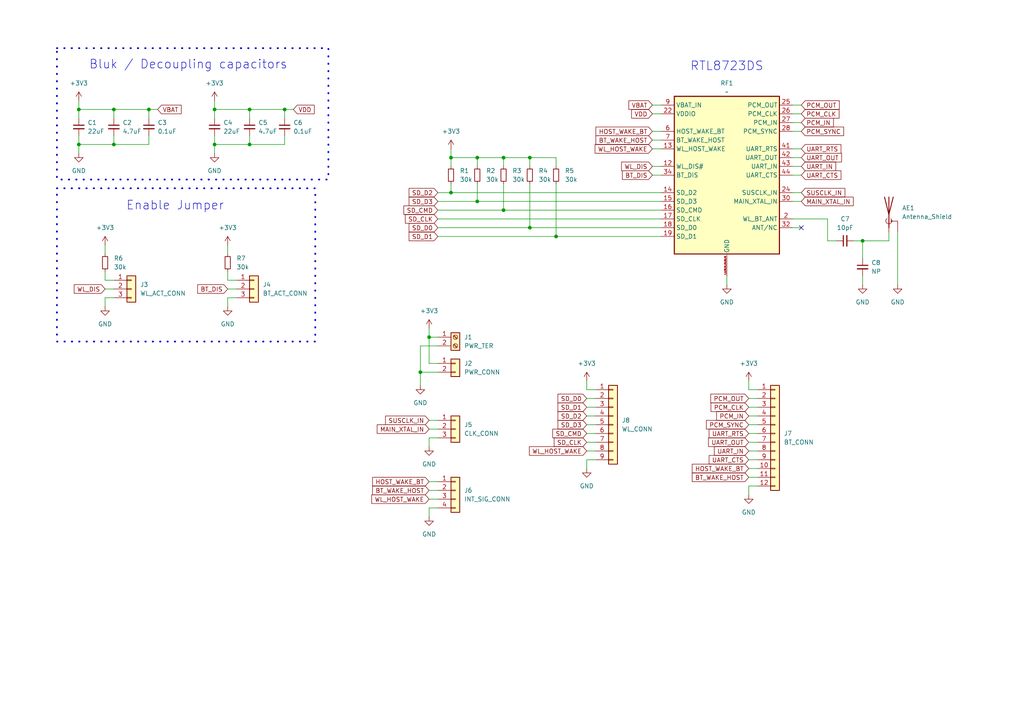
<source format=kicad_sch>
(kicad_sch (version 20250114) (generator "eeschema") (generator_version "9.0")
  (paper "A4")
  (lib_symbols
    (symbol "Connector:Screw_Terminal_01x02" (pin_names (offset 1.016) (hide yes))
      (property "Reference" "J" (at 0 2.54 0))
      (property "Value" "Screw_Terminal_01x02" (at 0 -5.08 0))
      (symbol "Screw_Terminal_01x02_1_1"
        (rectangle (start -1.27 1.27) (end 1.27 -3.81) (stroke (width 0.254)) (fill (type background)))
        (polyline (pts (xy -0.5334 0.3302) (xy 0.3302 -0.508)) (stroke (width 0.1524)))
        (polyline (pts (xy -0.5334 -2.2098) (xy 0.3302 -3.048)) (stroke (width 0.1524)))
        (polyline (pts (xy -0.3556 0.508) (xy 0.508 -0.3302)) (stroke (width 0.1524)))
        (polyline (pts (xy -0.3556 -2.032) (xy 0.508 -2.8702)) (stroke (width 0.1524)))
        (circle (center 0 0) (radius 0.635) (stroke (width 0.1524)))
        (circle (center 0 -2.54) (radius 0.635) (stroke (width 0.1524)))
        (pin passive line (at -5.08 0 0) (length 3.81) (name "Pin_1") (number "1"))
        (pin passive line (at -5.08 -2.54 0) (length 3.81) (name "Pin_2") (number "2"))
      )
    )
    (symbol "Connector_Generic:Conn_01x02" (pin_names (offset 1.016) (hide yes))
      (property "Reference" "J" (at 0 2.54 0))
      (property "Value" "Conn_01x02" (at 0 -5.08 0))
      (symbol "Conn_01x02_1_1"
        (rectangle (start -1.27 1.27) (end 1.27 -3.81) (stroke (width 0.254)) (fill (type background)))
        (rectangle (start -1.27 0.127) (end 0 -0.127) (stroke (width 0.1524)))
        (rectangle (start -1.27 -2.413) (end 0 -2.667) (stroke (width 0.1524)))
        (pin passive line (at -5.08 0 0) (length 3.81) (name "Pin_1") (number "1"))
        (pin passive line (at -5.08 -2.54 0) (length 3.81) (name "Pin_2") (number "2"))
      )
    )
    (symbol "Connector_Generic:Conn_01x03" (pin_names (offset 1.016) (hide yes))
      (property "Reference" "J" (at 0 5.08 0))
      (property "Value" "Conn_01x03" (at 0 -5.08 0))
      (symbol "Conn_01x03_1_1"
        (rectangle (start -1.27 3.81) (end 1.27 -3.81) (stroke (width 0.254)) (fill (type background)))
        (rectangle (start -1.27 2.667) (end 0 2.413) (stroke (width 0.1524)))
        (rectangle (start -1.27 0.127) (end 0 -0.127) (stroke (width 0.1524)))
        (rectangle (start -1.27 -2.413) (end 0 -2.667) (stroke (width 0.1524)))
        (pin passive line (at -5.08 2.54 0) (length 3.81) (name "Pin_1") (number "1"))
        (pin passive line (at -5.08 0 0) (length 3.81) (name "Pin_2") (number "2"))
        (pin passive line (at -5.08 -2.54 0) (length 3.81) (name "Pin_3") (number "3"))
      )
    )
    (symbol "Connector_Generic:Conn_01x04" (pin_names (offset 1.016) (hide yes))
      (property "Reference" "J" (at 0 5.08 0))
      (property "Value" "Conn_01x04" (at 0 -7.62 0))
      (symbol "Conn_01x04_1_1"
        (rectangle (start -1.27 3.81) (end 1.27 -6.35) (stroke (width 0.254)) (fill (type background)))
        (rectangle (start -1.27 2.667) (end 0 2.413) (stroke (width 0.1524)))
        (rectangle (start -1.27 0.127) (end 0 -0.127) (stroke (width 0.1524)))
        (rectangle (start -1.27 -2.413) (end 0 -2.667) (stroke (width 0.1524)))
        (rectangle (start -1.27 -4.953) (end 0 -5.207) (stroke (width 0.1524)))
        (pin passive line (at -5.08 2.54 0) (length 3.81) (name "Pin_1") (number "1"))
        (pin passive line (at -5.08 0 0) (length 3.81) (name "Pin_2") (number "2"))
        (pin passive line (at -5.08 -2.54 0) (length 3.81) (name "Pin_3") (number "3"))
        (pin passive line (at -5.08 -5.08 0) (length 3.81) (name "Pin_4") (number "4"))
      )
    )
    (symbol "Connector_Generic:Conn_01x09" (pin_names (offset 1.016) (hide yes))
      (property "Reference" "J" (at 0 12.7 0))
      (property "Value" "Conn_01x09" (at 0 -12.7 0))
      (symbol "Conn_01x09_1_1"
        (rectangle (start -1.27 11.43) (end 1.27 -11.43) (stroke (width 0.254)) (fill (type background)))
        (rectangle (start -1.27 10.287) (end 0 10.033) (stroke (width 0.1524)))
        (rectangle (start -1.27 7.747) (end 0 7.493) (stroke (width 0.1524)))
        (rectangle (start -1.27 5.207) (end 0 4.953) (stroke (width 0.1524)))
        (rectangle (start -1.27 2.667) (end 0 2.413) (stroke (width 0.1524)))
        (rectangle (start -1.27 0.127) (end 0 -0.127) (stroke (width 0.1524)))
        (rectangle (start -1.27 -2.413) (end 0 -2.667) (stroke (width 0.1524)))
        (rectangle (start -1.27 -4.953) (end 0 -5.207) (stroke (width 0.1524)))
        (rectangle (start -1.27 -7.493) (end 0 -7.747) (stroke (width 0.1524)))
        (rectangle (start -1.27 -10.033) (end 0 -10.287) (stroke (width 0.1524)))
        (pin passive line (at -5.08 10.16 0) (length 3.81) (name "Pin_1") (number "1"))
        (pin passive line (at -5.08 7.62 0) (length 3.81) (name "Pin_2") (number "2"))
        (pin passive line (at -5.08 5.08 0) (length 3.81) (name "Pin_3") (number "3"))
        (pin passive line (at -5.08 2.54 0) (length 3.81) (name "Pin_4") (number "4"))
        (pin passive line (at -5.08 0 0) (length 3.81) (name "Pin_5") (number "5"))
        (pin passive line (at -5.08 -2.54 0) (length 3.81) (name "Pin_6") (number "6"))
        (pin passive line (at -5.08 -5.08 0) (length 3.81) (name "Pin_7") (number "7"))
        (pin passive line (at -5.08 -7.62 0) (length 3.81) (name "Pin_8") (number "8"))
        (pin passive line (at -5.08 -10.16 0) (length 3.81) (name "Pin_9") (number "9"))
      )
    )
    (symbol "Connector_Generic:Conn_01x12" (pin_names (offset 1.016) (hide yes))
      (property "Reference" "J" (at 0 15.24 0))
      (property "Value" "Conn_01x12" (at 0 -17.78 0))
      (symbol "Conn_01x12_1_1"
        (rectangle (start -1.27 13.97) (end 1.27 -16.51) (stroke (width 0.254)) (fill (type background)))
        (rectangle (start -1.27 12.827) (end 0 12.573) (stroke (width 0.1524)))
        (rectangle (start -1.27 10.287) (end 0 10.033) (stroke (width 0.1524)))
        (rectangle (start -1.27 7.747) (end 0 7.493) (stroke (width 0.1524)))
        (rectangle (start -1.27 5.207) (end 0 4.953) (stroke (width 0.1524)))
        (rectangle (start -1.27 2.667) (end 0 2.413) (stroke (width 0.1524)))
        (rectangle (start -1.27 0.127) (end 0 -0.127) (stroke (width 0.1524)))
        (rectangle (start -1.27 -2.413) (end 0 -2.667) (stroke (width 0.1524)))
        (rectangle (start -1.27 -4.953) (end 0 -5.207) (stroke (width 0.1524)))
        (rectangle (start -1.27 -7.493) (end 0 -7.747) (stroke (width 0.1524)))
        (rectangle (start -1.27 -10.033) (end 0 -10.287) (stroke (width 0.1524)))
        (rectangle (start -1.27 -12.573) (end 0 -12.827) (stroke (width 0.1524)))
        (rectangle (start -1.27 -15.113) (end 0 -15.367) (stroke (width 0.1524)))
        (pin passive line (at -5.08 12.7 0) (length 3.81) (name "Pin_1") (number "1"))
        (pin passive line (at -5.08 10.16 0) (length 3.81) (name "Pin_2") (number "2"))
        (pin passive line (at -5.08 7.62 0) (length 3.81) (name "Pin_3") (number "3"))
        (pin passive line (at -5.08 5.08 0) (length 3.81) (name "Pin_4") (number "4"))
        (pin passive line (at -5.08 2.54 0) (length 3.81) (name "Pin_5") (number "5"))
        (pin passive line (at -5.08 0 0) (length 3.81) (name "Pin_6") (number "6"))
        (pin passive line (at -5.08 -2.54 0) (length 3.81) (name "Pin_7") (number "7"))
        (pin passive line (at -5.08 -5.08 0) (length 3.81) (name "Pin_8") (number "8"))
        (pin passive line (at -5.08 -7.62 0) (length 3.81) (name "Pin_9") (number "9"))
        (pin passive line (at -5.08 -10.16 0) (length 3.81) (name "Pin_10") (number "10"))
        (pin passive line (at -5.08 -12.7 0) (length 3.81) (name "Pin_11") (number "11"))
        (pin passive line (at -5.08 -15.24 0) (length 3.81) (name "Pin_12") (number "12"))
      )
    )
    (symbol "Device:Antenna_Shield" (pin_numbers (hide yes)) (pin_names (offset 1.016) (hide yes))
      (property "Reference" "AE" (at -1.905 4.445 0))
      (property "Value" "Antenna_Shield" (at -1.905 2.54 0))
      (symbol "Antenna_Shield_0_1"
        (arc (start 0 -2.667) (mid -0.8485 -2.1032) (end -0.508 -1.143))
        (polyline (pts (xy 0 5.08) (xy 0 -3.81)) (stroke (width 0.254)))
        (polyline (pts (xy 0 -2.54) (xy 0 0)))
        (arc (start 0.508 -1.143) (mid 0.8046 -2.0885) (end 0 -2.667))
        (polyline (pts (xy 0.762 -1.905) (xy 2.54 -1.905)))
        (circle (center 0.762 -1.905) (radius 0.1778) (fill (type outline)))
        (polyline (pts (xy 1.27 5.08) (xy 0 0) (xy -1.27 5.08)) (stroke (width 0.254)))
        (polyline (pts (xy 2.54 -2.54) (xy 2.54 -1.905)))
      )
      (symbol "Antenna_Shield_1_1"
        (pin input line (at 0 -5.08 90) (length 2.54) (name "A") (number "1"))
        (pin input line (at 2.54 -5.08 90) (length 2.54) (name "Shield") (number "2"))
      )
    )
    (symbol "Device:C_Small" (pin_numbers (hide yes)) (pin_names (offset 0.254) (hide yes))
      (property "Reference" "C" (at 0.254 1.778 0))
      (property "Value" "C_Small" (at 0.254 -2.032 0))
      (symbol "C_Small_0_1"
        (polyline (pts (xy -1.524 0.508) (xy 1.524 0.508)) (stroke (width 0.3048)))
        (polyline (pts (xy -1.524 -0.508) (xy 1.524 -0.508)) (stroke (width 0.3302)))
      )
      (symbol "C_Small_1_1"
        (pin passive line (at 0 2.54 270) (length 2.032) (name "~") (number "1"))
        (pin passive line (at 0 -2.54 90) (length 2.032) (name "~") (number "2"))
      )
    )
    (symbol "Device:R_Small" (pin_numbers (hide yes)) (pin_names (offset 0.254) (hide yes))
      (property "Reference" "R" (at 0.762 0.508 0))
      (property "Value" "R_Small" (at 0.762 -1.016 0))
      (symbol "R_Small_0_1"
        (rectangle (start -0.762 1.778) (end 0.762 -1.778) (stroke (width 0.2032)))
      )
      (symbol "R_Small_1_1"
        (pin passive line (at 0 2.54 270) (length 0.762) (name "~") (number "1"))
        (pin passive line (at 0 -2.54 90) (length 0.762) (name "~") (number "2"))
      )
    )
    (symbol "InGarage_FN-Link:6223A-SRD_RTL8723DS"
      (property "Reference" "RF" (at 0 24.13 0))
      (symbol "6223A-SRD_RTL8723DS_1_1"
        (rectangle (start -15.24 22.86) (end 15.24 -22.86) (stroke (width 0.3226)) (fill (type background)))
        (pin power_in line (at -19.05 20.32 0) (length 3.81) (name "VBAT_IN") (number "9"))
        (pin power_in line (at -19.05 17.78 0) (length 3.81) (name "VDDIO") (number "22"))
        (pin input line (at -19.05 12.7 0) (length 3.81) (name "HOST_WAKE_BT") (number "6"))
        (pin output line (at -19.05 10.16 0) (length 3.81) (name "BT_WAKE_HOST") (number "7"))
        (pin output line (at -19.05 7.62 0) (length 3.81) (name "WL_HOST_WAKE") (number "13"))
        (pin input line (at -19.05 2.54 0) (length 3.81) (name "WL_DIS#") (number "12"))
        (pin input line (at -19.05 0 0) (length 3.81) (name "BT_DIS") (number "34"))
        (pin bidirectional line (at -19.05 -5.08 0) (length 3.81) (name "SD_D2") (number "14"))
        (pin bidirectional line (at -19.05 -7.62 0) (length 3.81) (name "SD_D3") (number "15"))
        (pin bidirectional line (at -19.05 -10.16 0) (length 3.81) (name "SD_CMD") (number "16"))
        (pin input line (at -19.05 -12.7 0) (length 3.81) (name "SD_CLK") (number "17"))
        (pin bidirectional line (at -19.05 -15.24 0) (length 3.81) (name "SD_D0") (number "18"))
        (pin bidirectional line (at -19.05 -17.78 0) (length 3.81) (name "SD_D1") (number "19"))
        (pin power_in line (at 0 -29.21 90) (length 6.096) (name "GND") (number "1,3,20,31,33,36,45"))
        (pin output line (at 19.05 20.32 180) (length 3.81) (name "PCM_OUT") (number "25"))
        (pin bidirectional line (at 19.05 17.78 180) (length 3.81) (name "PCM_CLK") (number "26"))
        (pin input line (at 19.05 15.24 180) (length 3.81) (name "PCM_IN") (number "27"))
        (pin output line (at 19.05 12.7 180) (length 3.81) (name "PCM_SYNC") (number "28"))
        (pin input line (at 19.05 7.62 180) (length 3.81) (name "UART_RTS") (number "41"))
        (pin output line (at 19.05 5.08 180) (length 3.81) (name "UART_OUT") (number "42"))
        (pin input line (at 19.05 2.54 180) (length 3.81) (name "UART_IN") (number "43"))
        (pin input line (at 19.05 0 180) (length 3.81) (name "UART_CTS") (number "44"))
        (pin input line (at 19.05 -5.08 180) (length 3.81) (name "SUSCLK_IN") (number "24"))
        (pin output line (at 19.05 -7.62 180) (length 3.81) (name "MAIN_XTAL_IN") (number "30"))
        (pin bidirectional line (at 19.05 -12.7 180) (length 3.81) (name "WL_BT_ANT") (number "2"))
        (pin bidirectional line (at 19.05 -15.24 180) (length 3.81) (name "ANT/NC") (number "32"))
        (pin no_connect line (at 19.05 -20.32 180) (length 3.81) (hide yes) (name "NC") (number "4,5,8,10,11,21,23,29,35,37,38,39,40"))
      )
    )
    (symbol "power:+3V3" (power) (pin_names (offset 0))
      (property "Value" "+3V3" (at 0 3.556 0))
      (symbol "+3V3_0_1"
        (polyline (pts (xy -0.762 1.27) (xy 0 2.54)))
        (polyline (pts (xy 0 2.54) (xy 0.762 1.27)))
        (polyline (pts (xy 0 0) (xy 0 2.54)))
      )
      (symbol "+3V3_1_1"
        (pin power_in line (at 0 0 90) (length 0) (hide yes) (name "+3V3") (number "1"))
      )
    )
    (symbol "power:GND" (power) (pin_names (offset 0))
      (property "Value" "GND" (at 0 -3.81 0))
      (symbol "GND_0_1"
        (polyline (pts (xy 0 0) (xy 0 -1.27) (xy 1.27 -1.27) (xy 0 -2.54) (xy -1.27 -1.27) (xy 0 -1.27)))
      )
      (symbol "GND_1_1"
        (pin power_in line (at 0 0 270) (length 0) (hide yes) (name "GND") (number "1"))
      )
    )
  )
  (rectangle (start 16.51 54.61) (end 91.44 99.06) (stroke (width 0.508) (type dot)))
  (rectangle (start 16.51 13.97) (end 95.25 52.07) (stroke (width 0.508) (type dot)))
  (text "Bluk / Decoupling capacitors" (at 54.61 18.796 0) (effects (font (size 2.54 2.54))))
  (text "RTL8723DS" (at 210.82 19.304 0) (effects (font (size 2.54 2.54))))
  (text "Enable Jumper" (at 50.8 59.69 0) (effects (font (size 2.54 2.54))))
  (junction (at 33.02 31.75))
  (junction (at 62.23 31.75))
  (junction (at 72.39 31.75))
  (junction (at 138.43 58.42))
  (junction (at 22.86 41.91))
  (junction (at 72.39 41.91))
  (junction (at 153.67 45.72))
  (junction (at 121.92 107.95))
  (junction (at 33.02 41.91))
  (junction (at 124.46 97.79))
  (junction (at 146.05 45.72))
  (junction (at 22.86 31.75))
  (junction (at 161.29 68.58))
  (junction (at 153.67 66.04))
  (junction (at 130.81 45.72))
  (junction (at 130.81 55.88))
  (junction (at 62.23 41.91))
  (junction (at 82.55 31.75))
  (junction (at 250.19 69.85))
  (junction (at 138.43 45.72))
  (junction (at 146.05 60.96))
  (junction (at 43.18 31.75))
  (no_connect (at 232.41 66.04))
  (wire (pts (xy 124.46 105.41) (xy 127 105.41)))
  (wire (pts (xy 66.04 71.12) (xy 66.04 73.66)))
  (wire (pts (xy 82.55 41.91) (xy 82.55 39.37)))
  (wire (pts (xy 127 55.88) (xy 130.81 55.88)))
  (wire (pts (xy 72.39 39.37) (xy 72.39 41.91)))
  (wire (pts (xy 250.19 69.85) (xy 250.19 74.93)))
  (wire (pts (xy 82.55 31.75) (xy 82.55 34.29)))
  (wire (pts (xy 66.04 81.28) (xy 68.58 81.28)))
  (wire (pts (xy 170.18 133.35) (xy 170.18 135.89)))
  (wire (pts (xy 138.43 45.72) (xy 146.05 45.72)))
  (wire (pts (xy 138.43 53.34) (xy 138.43 58.42)))
  (wire (pts (xy 189.23 33.02) (xy 191.77 33.02)))
  (wire (pts (xy 33.02 31.75) (xy 43.18 31.75)))
  (wire (pts (xy 229.87 48.26) (xy 232.41 48.26)))
  (wire (pts (xy 62.23 31.75) (xy 72.39 31.75)))
  (wire (pts (xy 127 63.5) (xy 191.77 63.5)))
  (wire (pts (xy 146.05 45.72) (xy 153.67 45.72)))
  (wire (pts (xy 138.43 45.72) (xy 138.43 48.26)))
  (wire (pts (xy 72.39 41.91) (xy 82.55 41.91)))
  (wire (pts (xy 30.48 88.9) (xy 30.48 86.36)))
  (wire (pts (xy 22.86 41.91) (xy 33.02 41.91)))
  (wire (pts (xy 22.86 31.75) (xy 22.86 34.29)))
  (wire (pts (xy 127 66.04) (xy 153.67 66.04)))
  (wire (pts (xy 22.86 41.91) (xy 22.86 44.45)))
  (wire (pts (xy 22.86 31.75) (xy 33.02 31.75)))
  (wire (pts (xy 189.23 38.1) (xy 191.77 38.1)))
  (wire (pts (xy 30.48 86.36) (xy 33.02 86.36)))
  (wire (pts (xy 124.46 129.54) (xy 124.46 127)))
  (wire (pts (xy 229.87 35.56) (xy 232.41 35.56)))
  (wire (pts (xy 66.04 83.82) (xy 68.58 83.82)))
  (wire (pts (xy 146.05 60.96) (xy 191.77 60.96)))
  (wire (pts (xy 240.03 63.5) (xy 240.03 69.85)))
  (wire (pts (xy 153.67 66.04) (xy 191.77 66.04)))
  (wire (pts (xy 62.23 29.21) (xy 62.23 31.75)))
  (wire (pts (xy 62.23 41.91) (xy 62.23 44.45)))
  (wire (pts (xy 260.35 67.31) (xy 260.35 82.55)))
  (wire (pts (xy 130.81 53.34) (xy 130.81 55.88)))
  (wire (pts (xy 72.39 31.75) (xy 82.55 31.75)))
  (wire (pts (xy 124.46 121.92) (xy 127 121.92)))
  (wire (pts (xy 229.87 30.48) (xy 232.41 30.48)))
  (wire (pts (xy 217.17 115.57) (xy 219.71 115.57)))
  (wire (pts (xy 62.23 41.91) (xy 72.39 41.91)))
  (wire (pts (xy 170.18 123.19) (xy 172.72 123.19)))
  (wire (pts (xy 217.17 113.03) (xy 219.71 113.03)))
  (wire (pts (xy 66.04 88.9) (xy 66.04 86.36)))
  (wire (pts (xy 250.19 80.01) (xy 250.19 82.55)))
  (wire (pts (xy 22.86 29.21) (xy 22.86 31.75)))
  (wire (pts (xy 217.17 140.97) (xy 219.71 140.97)))
  (wire (pts (xy 229.87 55.88) (xy 232.41 55.88)))
  (wire (pts (xy 130.81 43.18) (xy 130.81 45.72)))
  (wire (pts (xy 121.92 107.95) (xy 127 107.95)))
  (wire (pts (xy 229.87 43.18) (xy 232.41 43.18)))
  (wire (pts (xy 127 60.96) (xy 146.05 60.96)))
  (wire (pts (xy 124.46 147.32) (xy 127 147.32)))
  (wire (pts (xy 170.18 125.73) (xy 172.72 125.73)))
  (wire (pts (xy 170.18 113.03) (xy 172.72 113.03)))
  (wire (pts (xy 138.43 58.42) (xy 191.77 58.42)))
  (wire (pts (xy 170.18 110.49) (xy 170.18 113.03)))
  (wire (pts (xy 124.46 147.32) (xy 124.46 149.86)))
  (wire (pts (xy 153.67 53.34) (xy 153.67 66.04)))
  (wire (pts (xy 130.81 45.72) (xy 130.81 48.26)))
  (wire (pts (xy 161.29 53.34) (xy 161.29 68.58)))
  (wire (pts (xy 130.81 45.72) (xy 138.43 45.72)))
  (wire (pts (xy 30.48 78.74) (xy 30.48 81.28)))
  (wire (pts (xy 124.46 142.24) (xy 127 142.24)))
  (wire (pts (xy 130.81 55.88) (xy 191.77 55.88)))
  (wire (pts (xy 229.87 66.04) (xy 232.41 66.04)))
  (wire (pts (xy 170.18 115.57) (xy 172.72 115.57)))
  (wire (pts (xy 229.87 38.1) (xy 232.41 38.1)))
  (wire (pts (xy 217.17 133.35) (xy 219.71 133.35)))
  (wire (pts (xy 210.82 80.01) (xy 210.82 82.55)))
  (wire (pts (xy 189.23 50.8) (xy 191.77 50.8)))
  (wire (pts (xy 22.86 39.37) (xy 22.86 41.91)))
  (wire (pts (xy 124.46 97.79) (xy 127 97.79)))
  (wire (pts (xy 170.18 118.11) (xy 172.72 118.11)))
  (wire (pts (xy 30.48 83.82) (xy 33.02 83.82)))
  (wire (pts (xy 146.05 53.34) (xy 146.05 60.96)))
  (wire (pts (xy 170.18 128.27) (xy 172.72 128.27)))
  (wire (pts (xy 124.46 95.25) (xy 124.46 97.79)))
  (wire (pts (xy 127 68.58) (xy 161.29 68.58)))
  (wire (pts (xy 229.87 63.5) (xy 240.03 63.5)))
  (wire (pts (xy 30.48 71.12) (xy 30.48 73.66)))
  (wire (pts (xy 43.18 41.91) (xy 43.18 39.37)))
  (wire (pts (xy 240.03 69.85) (xy 242.57 69.85)))
  (wire (pts (xy 217.17 118.11) (xy 219.71 118.11)))
  (wire (pts (xy 189.23 30.48) (xy 191.77 30.48)))
  (wire (pts (xy 250.19 69.85) (xy 257.81 69.85)))
  (wire (pts (xy 153.67 45.72) (xy 161.29 45.72)))
  (wire (pts (xy 62.23 39.37) (xy 62.23 41.91)))
  (wire (pts (xy 217.17 123.19) (xy 219.71 123.19)))
  (wire (pts (xy 217.17 128.27) (xy 219.71 128.27)))
  (wire (pts (xy 124.46 139.7) (xy 127 139.7)))
  (wire (pts (xy 124.46 97.79) (xy 124.46 105.41)))
  (wire (pts (xy 229.87 58.42) (xy 232.41 58.42)))
  (wire (pts (xy 257.81 69.85) (xy 257.81 67.31)))
  (wire (pts (xy 66.04 86.36) (xy 68.58 86.36)))
  (wire (pts (xy 124.46 144.78) (xy 127 144.78)))
  (wire (pts (xy 217.17 130.81) (xy 219.71 130.81)))
  (wire (pts (xy 217.17 110.49) (xy 217.17 113.03)))
  (wire (pts (xy 189.23 48.26) (xy 191.77 48.26)))
  (wire (pts (xy 170.18 120.65) (xy 172.72 120.65)))
  (wire (pts (xy 217.17 135.89) (xy 219.71 135.89)))
  (wire (pts (xy 121.92 107.95) (xy 121.92 100.33)))
  (wire (pts (xy 217.17 140.97) (xy 217.17 143.51)))
  (wire (pts (xy 217.17 120.65) (xy 219.71 120.65)))
  (wire (pts (xy 30.48 81.28) (xy 33.02 81.28)))
  (wire (pts (xy 153.67 45.72) (xy 153.67 48.26)))
  (wire (pts (xy 66.04 78.74) (xy 66.04 81.28)))
  (wire (pts (xy 229.87 50.8) (xy 232.41 50.8)))
  (wire (pts (xy 229.87 33.02) (xy 232.41 33.02)))
  (wire (pts (xy 161.29 68.58) (xy 191.77 68.58)))
  (wire (pts (xy 146.05 45.72) (xy 146.05 48.26)))
  (wire (pts (xy 43.18 31.75) (xy 45.72 31.75)))
  (wire (pts (xy 189.23 43.18) (xy 191.77 43.18)))
  (wire (pts (xy 217.17 138.43) (xy 219.71 138.43)))
  (wire (pts (xy 189.23 40.64) (xy 191.77 40.64)))
  (wire (pts (xy 62.23 31.75) (xy 62.23 34.29)))
  (wire (pts (xy 82.55 31.75) (xy 85.09 31.75)))
  (wire (pts (xy 229.87 45.72) (xy 232.41 45.72)))
  (wire (pts (xy 161.29 45.72) (xy 161.29 48.26)))
  (wire (pts (xy 43.18 31.75) (xy 43.18 34.29)))
  (wire (pts (xy 72.39 31.75) (xy 72.39 34.29)))
  (wire (pts (xy 217.17 125.73) (xy 219.71 125.73)))
  (wire (pts (xy 33.02 31.75) (xy 33.02 34.29)))
  (wire (pts (xy 124.46 124.46) (xy 127 124.46)))
  (wire (pts (xy 124.46 127) (xy 127 127)))
  (wire (pts (xy 121.92 111.76) (xy 121.92 107.95)))
  (wire (pts (xy 170.18 133.35) (xy 172.72 133.35)))
  (wire (pts (xy 247.65 69.85) (xy 250.19 69.85)))
  (wire (pts (xy 121.92 100.33) (xy 127 100.33)))
  (wire (pts (xy 127 58.42) (xy 138.43 58.42)))
  (wire (pts (xy 170.18 130.81) (xy 172.72 130.81)))
  (wire (pts (xy 33.02 41.91) (xy 43.18 41.91)))
  (wire (pts (xy 33.02 39.37) (xy 33.02 41.91)))
  (global_label "PCM_OUT" (shape input) (at 232.41 30.48 0) (property "Intersheetrefs" "${INTERSHEET_REFS}" (effects (hide yes))))
  (global_label "SD_D3" (shape input) (at 127 58.42 180) (property "Intersheetrefs" "${INTERSHEET_REFS}" (effects (hide yes))))
  (global_label "UART_OUT" (shape input) (at 232.41 45.72 0) (property "Intersheetrefs" "${INTERSHEET_REFS}" (effects (hide yes))))
  (global_label "WL_HOST_WAKE" (shape input) (at 170.18 130.81 180) (property "Intersheetrefs" "${INTERSHEET_REFS}" (effects (hide yes))))
  (global_label "MAIN_XTAL_IN" (shape input) (at 232.41 58.42 0) (property "Intersheetrefs" "${INTERSHEET_REFS}" (effects (hide yes))))
  (global_label "PCM_IN" (shape input) (at 217.17 120.65 180) (property "Intersheetrefs" "${INTERSHEET_REFS}" (effects (hide yes))))
  (global_label "HOST_WAKE_BT" (shape input) (at 124.46 139.7 180) (property "Intersheetrefs" "${INTERSHEET_REFS}" (effects (hide yes))))
  (global_label "SD_CLK" (shape input) (at 127 63.5 180) (property "Intersheetrefs" "${INTERSHEET_REFS}" (effects (hide yes))))
  (global_label "MAIN_XTAL_IN" (shape input) (at 124.46 124.46 180) (property "Intersheetrefs" "${INTERSHEET_REFS}" (effects (hide yes))))
  (global_label "SD_D1" (shape input) (at 170.18 118.11 180) (property "Intersheetrefs" "${INTERSHEET_REFS}" (effects (hide yes))))
  (global_label "SD_D3" (shape input) (at 170.18 123.19 180) (property "Intersheetrefs" "${INTERSHEET_REFS}" (effects (hide yes))))
  (global_label "SD_D2" (shape input) (at 170.18 120.65 180) (property "Intersheetrefs" "${INTERSHEET_REFS}" (effects (hide yes))))
  (global_label "WL_DIS" (shape input) (at 30.48 83.82 180) (property "Intersheetrefs" "${INTERSHEET_REFS}" (effects (hide yes))))
  (global_label "PCM_CLK" (shape input) (at 232.41 33.02 0) (property "Intersheetrefs" "${INTERSHEET_REFS}" (effects (hide yes))))
  (global_label "PCM_IN" (shape input) (at 232.41 35.56 0) (property "Intersheetrefs" "${INTERSHEET_REFS}" (effects (hide yes))))
  (global_label "HOST_WAKE_BT" (shape input) (at 189.23 38.1 180) (property "Intersheetrefs" "${INTERSHEET_REFS}" (effects (hide yes))))
  (global_label "BT_DIS" (shape input) (at 66.04 83.82 180) (property "Intersheetrefs" "${INTERSHEET_REFS}" (effects (hide yes))))
  (global_label "UART_CTS" (shape input) (at 217.17 133.35 180) (property "Intersheetrefs" "${INTERSHEET_REFS}" (effects (hide yes))))
  (global_label "BT_WAKE_HOST" (shape input) (at 124.46 142.24 180) (property "Intersheetrefs" "${INTERSHEET_REFS}" (effects (hide yes))))
  (global_label "BT_DIS" (shape input) (at 189.23 50.8 180) (property "Intersheetrefs" "${INTERSHEET_REFS}" (effects (hide yes))))
  (global_label "SD_D1" (shape input) (at 127 68.58 180) (property "Intersheetrefs" "${INTERSHEET_REFS}" (effects (hide yes))))
  (global_label "SD_D0" (shape input) (at 127 66.04 180) (property "Intersheetrefs" "${INTERSHEET_REFS}" (effects (hide yes))))
  (global_label "UART_RTS" (shape input) (at 232.41 43.18 0) (property "Intersheetrefs" "${INTERSHEET_REFS}" (effects (hide yes))))
  (global_label "SUSCLK_IN" (shape input) (at 232.41 55.88 0) (property "Intersheetrefs" "${INTERSHEET_REFS}" (effects (hide yes))))
  (global_label "WL_HOST_WAKE" (shape input) (at 189.23 43.18 180) (property "Intersheetrefs" "${INTERSHEET_REFS}" (effects (hide yes))))
  (global_label "VDD" (shape input) (at 85.09 31.75 0) (property "Intersheetrefs" "${INTERSHEET_REFS}" (effects (hide yes))))
  (global_label "PCM_SYNC" (shape input) (at 232.41 38.1 0) (property "Intersheetrefs" "${INTERSHEET_REFS}" (effects (hide yes))))
  (global_label "SD_D2" (shape input) (at 127 55.88 180) (property "Intersheetrefs" "${INTERSHEET_REFS}" (effects (hide yes))))
  (global_label "BT_WAKE_HOST" (shape input) (at 189.23 40.64 180) (property "Intersheetrefs" "${INTERSHEET_REFS}" (effects (hide yes))))
  (global_label "VBAT" (shape input) (at 189.23 30.48 180) (property "Intersheetrefs" "${INTERSHEET_REFS}" (effects (hide yes))))
  (global_label "UART_OUT" (shape input) (at 217.17 128.27 180) (property "Intersheetrefs" "${INTERSHEET_REFS}" (effects (hide yes))))
  (global_label "WL_HOST_WAKE" (shape input) (at 124.46 144.78 180) (property "Intersheetrefs" "${INTERSHEET_REFS}" (effects (hide yes))))
  (global_label "UART_IN" (shape input) (at 217.17 130.81 180) (property "Intersheetrefs" "${INTERSHEET_REFS}" (effects (hide yes))))
  (global_label "SD_CLK" (shape input) (at 170.18 128.27 180) (property "Intersheetrefs" "${INTERSHEET_REFS}" (effects (hide yes))))
  (global_label "UART_RTS" (shape input) (at 217.17 125.73 180) (property "Intersheetrefs" "${INTERSHEET_REFS}" (effects (hide yes))))
  (global_label "SD_CMD" (shape input) (at 127 60.96 180) (property "Intersheetrefs" "${INTERSHEET_REFS}" (effects (hide yes))))
  (global_label "UART_IN" (shape input) (at 232.41 48.26 0) (property "Intersheetrefs" "${INTERSHEET_REFS}" (effects (hide yes))))
  (global_label "SD_CMD" (shape input) (at 170.18 125.73 180) (property "Intersheetrefs" "${INTERSHEET_REFS}" (effects (hide yes))))
  (global_label "PCM_OUT" (shape input) (at 217.17 115.57 180) (property "Intersheetrefs" "${INTERSHEET_REFS}" (effects (hide yes))))
  (global_label "HOST_WAKE_BT" (shape input) (at 217.17 135.89 180) (property "Intersheetrefs" "${INTERSHEET_REFS}" (effects (hide yes))))
  (global_label "WL_DIS" (shape input) (at 189.23 48.26 180) (property "Intersheetrefs" "${INTERSHEET_REFS}" (effects (hide yes))))
  (global_label "VDD" (shape input) (at 189.23 33.02 180) (property "Intersheetrefs" "${INTERSHEET_REFS}" (effects (hide yes))))
  (global_label "SUSCLK_IN" (shape input) (at 124.46 121.92 180) (property "Intersheetrefs" "${INTERSHEET_REFS}" (effects (hide yes))))
  (global_label "PCM_CLK" (shape input) (at 217.17 118.11 180) (property "Intersheetrefs" "${INTERSHEET_REFS}" (effects (hide yes))))
  (global_label "VBAT" (shape input) (at 45.72 31.75 0) (property "Intersheetrefs" "${INTERSHEET_REFS}" (effects (hide yes))))
  (global_label "SD_D0" (shape input) (at 170.18 115.57 180) (property "Intersheetrefs" "${INTERSHEET_REFS}" (effects (hide yes))))
  (global_label "UART_CTS" (shape input) (at 232.41 50.8 0) (property "Intersheetrefs" "${INTERSHEET_REFS}" (effects (hide yes))))
  (global_label "BT_WAKE_HOST" (shape input) (at 217.17 138.43 180) (property "Intersheetrefs" "${INTERSHEET_REFS}" (effects (hide yes))))
  (global_label "PCM_SYNC" (shape input) (at 217.17 123.19 180) (property "Intersheetrefs" "${INTERSHEET_REFS}" (effects (hide yes))))
  (symbol (lib_id "power:GND") (at 121.92 111.76 0) (unit 1)
    (property "Reference" "#PWR010" (effects (hide yes)))
    (property "Value" "GND" (at 121.92 116.84 0))
    (property "Description" "Power symbol creates a global label with name \"GND\" , ground" (effects (hide yes)))
  )
  (symbol (lib_id "Device:R_Small") (at 30.48 76.2 0) (unit 1)
    (property "Reference" "R6" (at 33.02 74.9299 0) (effects (justify left)))
    (property "Value" "30k" (at 33.02 77.4699 0) (effects (justify left)))
    (property "Footprint" "Resistor_SMD:R_0805_2012Metric_Pad1.15x1.40mm_HandSolder" (effects (hide yes)))
    (property "Description" "Resistor, small symbol" (effects (hide yes)))
    (property "ES Link" "https://www.es.co.th/detail.asp?Prod=015018589" (effects (hide yes)))
    (property "MFG PN" "0805W8F3002T5E" (effects (hide yes)))
  )
  (symbol (lib_id "power:GND") (at 66.04 88.9 0) (unit 1)
    (property "Reference" "#PWR013" (effects (hide yes)))
    (property "Value" "GND" (at 66.04 93.98 0))
    (property "Description" "Power symbol creates a global label with name \"GND\" , ground" (effects (hide yes)))
  )
  (symbol (lib_id "Device:R_Small") (at 146.05 50.8 0) (unit 1)
    (property "Reference" "R3" (at 148.59 49.5299 0) (effects (justify left)))
    (property "Value" "30k" (at 148.59 52.0699 0) (effects (justify left)))
    (property "Footprint" "Resistor_SMD:R_0805_2012Metric_Pad1.15x1.40mm_HandSolder" (effects (hide yes)))
    (property "Description" "Resistor, small symbol" (effects (hide yes)))
    (property "ES Link" "https://www.es.co.th/detail.asp?Prod=015018589" (effects (hide yes)))
    (property "MFG PN" "0805W8F3002T5E" (effects (hide yes)))
  )
  (symbol (lib_id "Device:R_Small") (at 153.67 50.8 0) (unit 1)
    (property "Reference" "R4" (at 156.21 49.5299 0) (effects (justify left)))
    (property "Value" "30k" (at 156.21 52.0699 0) (effects (justify left)))
    (property "Footprint" "Resistor_SMD:R_0805_2012Metric_Pad1.15x1.40mm_HandSolder" (effects (hide yes)))
    (property "Description" "Resistor, small symbol" (effects (hide yes)))
    (property "ES Link" "https://www.es.co.th/detail.asp?Prod=015018589" (effects (hide yes)))
    (property "MFG PN" "0805W8F3002T5E" (effects (hide yes)))
  )
  (symbol (lib_id "power:+3V3") (at 124.46 95.25 0) (unit 1)
    (property "Reference" "#PWR09" (effects (hide yes)))
    (property "Value" "+3V3" (at 124.46 90.17 0))
    (property "Description" "Power symbol creates a global label with name \"+3V3\"" (effects (hide yes)))
  )
  (symbol (lib_id "Device:R_Small") (at 66.04 76.2 0) (unit 1)
    (property "Reference" "R7" (at 68.58 74.9299 0) (effects (justify left)))
    (property "Value" "30k" (at 68.58 77.4699 0) (effects (justify left)))
    (property "Footprint" "Resistor_SMD:R_0805_2012Metric_Pad1.15x1.40mm_HandSolder" (effects (hide yes)))
    (property "Description" "Resistor, small symbol" (effects (hide yes)))
    (property "ES Link" "https://www.es.co.th/detail.asp?Prod=015018589" (effects (hide yes)))
    (property "MFG PN" "0805W8F3002T5E" (effects (hide yes)))
  )
  (symbol (lib_id "power:GND") (at 260.35 82.55 0) (unit 1)
    (property "Reference" "#PWR011" (effects (hide yes)))
    (property "Value" "GND" (at 260.35 87.63 0))
    (property "Description" "Power symbol creates a global label with name \"GND\" , ground" (effects (hide yes)))
  )
  (symbol (lib_id "InGarage_FN-Link:6223A-SRD_RTL8723DS") (at 210.82 50.8 0) (unit 1)
    (property "Reference" "RF1" (at 210.82 24.13 0))
    (property "Value" "~" (at 210.82 26.67 0))
    (property "Footprint" "GiraffeTech-FNlink:6223A-SRD" (effects (hide yes)))
    (property "Datasheet" "https://jlrorwxhqkkmlr5p-static.micyjz.com/Fn-Link_6223A-SRD_datasheet_V1.4_20220525-aidlqBplKimloSRljmrplljiq.pdf?dp=" (effects (hide yes)))
    (property "Description" "FN-Link, Model: 6223A-SRD, RTL8723DS WLAN 2.4 GHz + BT4.2" (effects (hide yes)))
  )
  (symbol (lib_id "Device:C_Small") (at 43.18 36.83 0) (unit 1)
    (property "Reference" "C3" (at 45.72 35.5662 0) (effects (justify left)))
    (property "Value" "0.1uF" (at 45.72 38.1062 0) (effects (justify left)))
    (property "Footprint" "Capacitor_SMD:C_0805_2012Metric_Pad1.15x1.40mm_HandSolder" (effects (hide yes)))
    (property "Description" "Unpolarized capacitor, small symbol" (effects (hide yes)))
    (property "ES Link" "https://www.es.co.th/detail.asp?Prod=172100122" (effects (hide yes)))
    (property "MFG PN" "08055C104JAT2A" (effects (hide yes)))
  )
  (symbol (lib_id "Connector_Generic:Conn_01x03") (at 38.1 83.82 0) (unit 1)
    (property "Reference" "J3" (at 40.64 82.5499 0) (effects (justify left)))
    (property "Value" "WL_ACT_CONN" (at 40.64 85.0899 0) (effects (justify left)))
    (property "Footprint" "Connector_PinHeader_2.54mm:PinHeader_1x03_P2.54mm_Vertical" (effects (hide yes)))
    (property "Description" "Generic connector, single row, 01x03, script generated (kicad-library-utils/schlib/autogen/connector/)" (effects (hide yes)))
  )
  (symbol (lib_id "Connector_Generic:Conn_01x04") (at 132.08 142.24 0) (unit 1)
    (property "Reference" "J6" (at 134.62 142.2399 0) (effects (justify left)))
    (property "Value" "INT_SIG_CONN" (at 134.62 144.7799 0) (effects (justify left)))
    (property "Footprint" "Connector_PinHeader_2.54mm:PinHeader_1x04_P2.54mm_Vertical" (effects (hide yes)))
    (property "Description" "Generic connector, single row, 01x04, script generated (kicad-library-utils/schlib/autogen/connector/)" (effects (hide yes)))
  )
  (symbol (lib_id "Connector_Generic:Conn_01x09") (at 177.8 123.19 0) (unit 1)
    (property "Reference" "J8" (at 180.34 121.9199 0) (effects (justify left)))
    (property "Value" "WL_CONN" (at 180.34 124.4599 0) (effects (justify left)))
    (property "Footprint" "Connector_PinHeader_2.54mm:PinHeader_1x09_P2.54mm_Vertical" (effects (hide yes)))
    (property "Description" "Generic connector, single row, 01x09, script generated (kicad-library-utils/schlib/autogen/connector/)" (effects (hide yes)))
  )
  (symbol (lib_id "Device:R_Small") (at 138.43 50.8 0) (unit 1)
    (property "Reference" "R2" (at 140.97 49.5299 0) (effects (justify left)))
    (property "Value" "30k" (at 140.97 52.0699 0) (effects (justify left)))
    (property "Footprint" "Resistor_SMD:R_0805_2012Metric_Pad1.15x1.40mm_HandSolder" (effects (hide yes)))
    (property "Description" "Resistor, small symbol" (effects (hide yes)))
    (property "ES Link" "https://www.es.co.th/detail.asp?Prod=015018589" (effects (hide yes)))
    (property "MFG PN" "0805W8F3002T5E" (effects (hide yes)))
  )
  (symbol (lib_id "power:GND") (at 210.82 82.55 0) (unit 1)
    (property "Reference" "#PWR01" (effects (hide yes)))
    (property "Value" "GND" (at 210.82 87.63 0))
    (property "Description" "Power symbol creates a global label with name \"GND\" , ground" (effects (hide yes)))
  )
  (symbol (lib_id "power:GND") (at 62.23 44.45 0) (unit 1)
    (property "Reference" "#PWR06" (effects (hide yes)))
    (property "Value" "GND" (at 62.23 49.53 0))
    (property "Description" "Power symbol creates a global label with name \"GND\" , ground" (effects (hide yes)))
  )
  (symbol (lib_id "Device:R_Small") (at 130.81 50.8 0) (unit 1)
    (property "Reference" "R1" (at 133.35 49.5299 0) (effects (justify left)))
    (property "Value" "30k" (at 133.35 52.0699 0) (effects (justify left)))
    (property "Footprint" "Resistor_SMD:R_0805_2012Metric_Pad1.15x1.40mm_HandSolder" (effects (hide yes)))
    (property "Description" "Resistor, small symbol" (effects (hide yes)))
    (property "ES Link" "https://www.es.co.th/detail.asp?Prod=015018589" (effects (hide yes)))
    (property "MFG PN" "0805W8F3002T5E" (effects (hide yes)))
  )
  (symbol (lib_id "Device:C_Small") (at 62.23 36.83 0) (unit 1)
    (property "Reference" "C4" (at 64.77 35.5662 0) (effects (justify left)))
    (property "Value" "22uF" (at 64.77 38.1062 0) (effects (justify left)))
    (property "Footprint" "Capacitor_SMD:C_0805_2012Metric_Pad1.15x1.40mm_HandSolder" (effects (hide yes)))
    (property "Description" "Unpolarized capacitor, small symbol" (effects (hide yes)))
    (property "ES Link" "https://www.es.co.th/detail.asp?Prod=003300216" (effects (hide yes)))
    (property "MFG PN" "LMK212BJ226MG-T" (effects (hide yes)))
  )
  (symbol (lib_id "power:GND") (at 170.18 135.89 0) (unit 1)
    (property "Reference" "#PWR020" (effects (hide yes)))
    (property "Value" "GND" (at 170.18 140.97 0))
    (property "Description" "Power symbol creates a global label with name \"GND\" , ground" (effects (hide yes)))
  )
  (symbol (lib_id "power:GND") (at 124.46 129.54 0) (unit 1)
    (property "Reference" "#PWR018" (effects (hide yes)))
    (property "Value" "GND" (at 124.46 134.62 0))
    (property "Description" "Power symbol creates a global label with name \"GND\" , ground" (effects (hide yes)))
  )
  (symbol (lib_id "Device:R_Small") (at 161.29 50.8 0) (unit 1)
    (property "Reference" "R5" (at 163.83 49.5299 0) (effects (justify left)))
    (property "Value" "30k" (at 163.83 52.0699 0) (effects (justify left)))
    (property "Footprint" "Resistor_SMD:R_0805_2012Metric_Pad1.15x1.40mm_HandSolder" (effects (hide yes)))
    (property "Description" "Resistor, small symbol" (effects (hide yes)))
    (property "ES Link" "https://www.es.co.th/detail.asp?Prod=015018589" (effects (hide yes)))
    (property "MFG PN" "0805W8F3002T5E" (effects (hide yes)))
  )
  (symbol (lib_id "Device:C_Small") (at 82.55 36.83 0) (unit 1)
    (property "Reference" "C6" (at 85.09 35.5662 0) (effects (justify left)))
    (property "Value" "0.1uF" (at 85.09 38.1062 0) (effects (justify left)))
    (property "Footprint" "Capacitor_SMD:C_0805_2012Metric_Pad1.15x1.40mm_HandSolder" (effects (hide yes)))
    (property "Description" "Unpolarized capacitor, small symbol" (effects (hide yes)))
    (property "ES Link" "https://www.es.co.th/detail.asp?Prod=172100122" (effects (hide yes)))
    (property "MFG PN" "08055C104JAT2A" (effects (hide yes)))
  )
  (symbol (lib_id "Device:C_Small") (at 22.86 36.83 0) (unit 1)
    (property "Reference" "C1" (at 25.4 35.5662 0) (effects (justify left)))
    (property "Value" "22uF" (at 25.4 38.1062 0) (effects (justify left)))
    (property "Footprint" "Capacitor_SMD:C_0805_2012Metric_Pad1.15x1.40mm_HandSolder" (effects (hide yes)))
    (property "Description" "Unpolarized capacitor, small symbol" (effects (hide yes)))
    (property "ES Link" "https://www.es.co.th/detail.asp?Prod=003300216" (effects (hide yes)))
    (property "MFG PN" "LMK212BJ226MG-T" (effects (hide yes)))
  )
  (symbol (lib_id "Connector:Screw_Terminal_01x02") (at 132.08 97.79 0) (unit 1)
    (property "Reference" "J1" (at 134.62 97.7899 0) (effects (justify left)))
    (property "Value" "PWR_TER" (at 134.62 100.3299 0) (effects (justify left)))
    (property "Footprint" "GiraffeTech_Terminal:TerminalBlock_Dinkle_ED350V_1x02_P3.50mm_Horizontal" (effects (hide yes)))
    (property "Description" "Generic screw terminal, single row, 01x02, script generated (kicad-library-utils/schlib/autogen/connector/)" (effects (hide yes)))
  )
  (symbol (lib_id "Connector_Generic:Conn_01x12") (at 224.79 125.73 0) (unit 1)
    (property "Reference" "J7" (at 227.33 125.7299 0) (effects (justify left)))
    (property "Value" "BT_CONN" (at 227.33 128.2699 0) (effects (justify left)))
    (property "Footprint" "Connector_PinHeader_2.54mm:PinHeader_1x12_P2.54mm_Vertical" (effects (hide yes)))
    (property "Description" "Generic connector, single row, 01x12, script generated (kicad-library-utils/schlib/autogen/connector/)" (effects (hide yes)))
  )
  (symbol (lib_id "Device:C_Small") (at 72.39 36.83 0) (unit 1)
    (property "Reference" "C5" (at 74.93 35.5662 0) (effects (justify left)))
    (property "Value" "4.7uF" (at 74.93 38.1062 0) (effects (justify left)))
    (property "Footprint" "Capacitor_SMD:C_0805_2012Metric_Pad1.15x1.40mm_HandSolder" (effects (hide yes)))
    (property "Description" "Unpolarized capacitor, small symbol" (effects (hide yes)))
    (property "ES Link" "https://www.es.co.th/detail.asp?Prod=008202939" (effects (hide yes)))
    (property "MFG PN" "CL21A475KPFNNWE" (effects (hide yes)))
  )
  (symbol (lib_id "Device:C_Small") (at 250.19 77.47 0) (unit 1)
    (property "Reference" "C8" (at 252.73 76.2062 0) (effects (justify left)))
    (property "Value" "NP" (at 252.73 78.7462 0) (effects (justify left)))
    (property "Footprint" "Capacitor_SMD:C_0805_2012Metric_Pad1.15x1.40mm_HandSolder" (effects (hide yes)))
    (property "Description" "Unpolarized capacitor, small symbol" (effects (hide yes)))
  )
  (symbol (lib_id "power:GND") (at 22.86 44.45 0) (unit 1)
    (property "Reference" "#PWR04" (effects (hide yes)))
    (property "Value" "GND" (at 22.86 49.53 0))
    (property "Description" "Power symbol creates a global label with name \"GND\" , ground" (effects (hide yes)))
  )
  (symbol (lib_id "Connector_Generic:Conn_01x03") (at 132.08 124.46 0) (unit 1)
    (property "Reference" "J5" (at 134.62 123.1899 0) (effects (justify left)))
    (property "Value" "CLK_CONN" (at 134.62 125.7299 0) (effects (justify left)))
    (property "Footprint" "Connector_PinHeader_2.54mm:PinHeader_1x03_P2.54mm_Vertical" (effects (hide yes)))
    (property "Description" "Generic connector, single row, 01x03, script generated (kicad-library-utils/schlib/autogen/connector/)" (effects (hide yes)))
  )
  (symbol (lib_id "power:GND") (at 124.46 149.86 0) (unit 1)
    (property "Reference" "#PWR017" (effects (hide yes)))
    (property "Value" "GND" (at 124.46 154.94 0))
    (property "Description" "Power symbol creates a global label with name \"GND\" , ground" (effects (hide yes)))
  )
  (symbol (lib_id "Connector_Generic:Conn_01x03") (at 73.66 83.82 0) (unit 1)
    (property "Reference" "J4" (at 76.2 82.5499 0) (effects (justify left)))
    (property "Value" "BT_ACT_CONN" (at 76.2 85.0899 0) (effects (justify left)))
    (property "Footprint" "Connector_PinHeader_2.54mm:PinHeader_1x03_P2.54mm_Vertical" (effects (hide yes)))
    (property "Description" "Generic connector, single row, 01x03, script generated (kicad-library-utils/schlib/autogen/connector/)" (effects (hide yes)))
  )
  (symbol (lib_id "Device:C_Small") (at 33.02 36.83 0) (unit 1)
    (property "Reference" "C2" (at 35.56 35.5662 0) (effects (justify left)))
    (property "Value" "4.7uF" (at 35.56 38.1062 0) (effects (justify left)))
    (property "Footprint" "Capacitor_SMD:C_0805_2012Metric_Pad1.15x1.40mm_HandSolder" (effects (hide yes)))
    (property "Description" "Unpolarized capacitor, small symbol" (effects (hide yes)))
    (property "ES Link" "https://www.es.co.th/detail.asp?Prod=008202939" (effects (hide yes)))
    (property "MFG PN" "CL21A475KPFNNWE" (effects (hide yes)))
  )
  (symbol (lib_id "power:+3V3") (at 170.18 110.49 0) (unit 1)
    (property "Reference" "#PWR019" (effects (hide yes)))
    (property "Value" "+3V3" (at 170.18 105.41 0))
    (property "Description" "Power symbol creates a global label with name \"+3V3\"" (effects (hide yes)))
  )
  (symbol (lib_id "power:+3V3") (at 30.48 71.12 0) (unit 1)
    (property "Reference" "#PWR015" (effects (hide yes)))
    (property "Value" "+3V3" (at 30.48 66.04 0))
    (property "Description" "Power symbol creates a global label with name \"+3V3\"" (effects (hide yes)))
  )
  (symbol (lib_id "power:+3V3") (at 130.81 43.18 0) (unit 1)
    (property "Reference" "#PWR03" (effects (hide yes)))
    (property "Value" "+3V3" (at 130.81 38.1 0))
    (property "Description" "Power symbol creates a global label with name \"+3V3\"" (effects (hide yes)))
  )
  (symbol (lib_id "Device:Antenna_Shield") (at 257.81 62.23 0) (unit 1)
    (property "Reference" "AE1" (at 261.62 60.3249 0) (effects (justify left)))
    (property "Value" "Antenna_Shield" (at 261.62 62.8649 0) (effects (justify left)))
    (property "Footprint" "RF_Antenna:Texas_SWRA117D_2.4GHz_Right" (effects (hide yes)))
    (property "Description" "Antenna with extra pin for shielding" (effects (hide yes)))
  )
  (symbol (lib_id "power:+3V3") (at 217.17 110.49 0) (unit 1)
    (property "Reference" "#PWR07" (effects (hide yes)))
    (property "Value" "+3V3" (at 217.17 105.41 0))
    (property "Description" "Power symbol creates a global label with name \"+3V3\"" (effects (hide yes)))
  )
  (symbol (lib_id "Device:C_Small") (at 245.11 69.85 90) (unit 1)
    (property "Reference" "C7" (at 245.1163 63.5 90))
    (property "Value" "10pF" (at 245.1163 66.04 90))
    (property "Footprint" "Capacitor_SMD:C_0805_2012Metric_Pad1.15x1.40mm_HandSolder" (effects (hide yes)))
    (property "Description" "Unpolarized capacitor, small symbol" (effects (hide yes)))
    (property "MFG PN" "CL21C100DBANNNC" (effects (hide yes)))
    (property "ES Link" "https://www.es.co.th/detail.asp?Prod=008201587" (effects (hide yes)))
  )
  (symbol (lib_id "power:GND") (at 30.48 88.9 0) (unit 1)
    (property "Reference" "#PWR016" (effects (hide yes)))
    (property "Value" "GND" (at 30.48 93.98 0))
    (property "Description" "Power symbol creates a global label with name \"GND\" , ground" (effects (hide yes)))
  )
  (symbol (lib_id "power:+3V3") (at 62.23 29.21 0) (unit 1)
    (property "Reference" "#PWR05" (effects (hide yes)))
    (property "Value" "+3V3" (at 62.23 24.13 0))
    (property "Description" "Power symbol creates a global label with name \"+3V3\"" (effects (hide yes)))
  )
  (symbol (lib_id "power:+3V3") (at 22.86 29.21 0) (unit 1)
    (property "Reference" "#PWR02" (effects (hide yes)))
    (property "Value" "+3V3" (at 22.86 24.13 0))
    (property "Description" "Power symbol creates a global label with name \"+3V3\"" (effects (hide yes)))
  )
  (symbol (lib_id "power:GND") (at 217.17 143.51 0) (unit 1)
    (property "Reference" "#PWR08" (effects (hide yes)))
    (property "Value" "GND" (at 217.17 148.59 0))
    (property "Description" "Power symbol creates a global label with name \"GND\" , ground" (effects (hide yes)))
  )
  (symbol (lib_id "power:GND") (at 250.19 82.55 0) (unit 1)
    (property "Reference" "#PWR012" (effects (hide yes)))
    (property "Value" "GND" (at 250.19 87.63 0))
    (property "Description" "Power symbol creates a global label with name \"GND\" , ground" (effects (hide yes)))
  )
  (symbol (lib_id "power:+3V3") (at 66.04 71.12 0) (unit 1)
    (property "Reference" "#PWR014" (effects (hide yes)))
    (property "Value" "+3V3" (at 66.04 66.04 0))
    (property "Description" "Power symbol creates a global label with name \"+3V3\"" (effects (hide yes)))
  )
  (symbol (lib_id "Connector_Generic:Conn_01x02") (at 132.08 105.41 0) (unit 1)
    (property "Reference" "J2" (at 134.62 105.4099 0) (effects (justify left)))
    (property "Value" "PWR_CONN" (at 134.62 107.9499 0) (effects (justify left)))
    (property "Footprint" "Connector_PinHeader_2.54mm:PinHeader_1x02_P2.54mm_Vertical" (effects (hide yes)))
    (property "Description" "Generic connector, single row, 01x02, script generated (kicad-library-utils/schlib/autogen/connector/)" (effects (hide yes)))
  )
)
</source>
